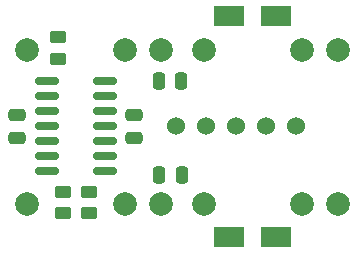
<source format=gbr>
%TF.GenerationSoftware,KiCad,Pcbnew,(6.0.2)*%
%TF.CreationDate,2022-04-19T11:47:42+01:00*%
%TF.ProjectId,1u-mult,31752d6d-756c-4742-9e6b-696361645f70,rev?*%
%TF.SameCoordinates,Original*%
%TF.FileFunction,Soldermask,Top*%
%TF.FilePolarity,Negative*%
%FSLAX46Y46*%
G04 Gerber Fmt 4.6, Leading zero omitted, Abs format (unit mm)*
G04 Created by KiCad (PCBNEW (6.0.2)) date 2022-04-19 11:47:42*
%MOMM*%
%LPD*%
G01*
G04 APERTURE LIST*
G04 Aperture macros list*
%AMRoundRect*
0 Rectangle with rounded corners*
0 $1 Rounding radius*
0 $2 $3 $4 $5 $6 $7 $8 $9 X,Y pos of 4 corners*
0 Add a 4 corners polygon primitive as box body*
4,1,4,$2,$3,$4,$5,$6,$7,$8,$9,$2,$3,0*
0 Add four circle primitives for the rounded corners*
1,1,$1+$1,$2,$3*
1,1,$1+$1,$4,$5*
1,1,$1+$1,$6,$7*
1,1,$1+$1,$8,$9*
0 Add four rect primitives between the rounded corners*
20,1,$1+$1,$2,$3,$4,$5,0*
20,1,$1+$1,$4,$5,$6,$7,0*
20,1,$1+$1,$6,$7,$8,$9,0*
20,1,$1+$1,$8,$9,$2,$3,0*%
G04 Aperture macros list end*
%ADD10R,2.500000X1.800000*%
%ADD11RoundRect,0.150000X-0.825000X-0.150000X0.825000X-0.150000X0.825000X0.150000X-0.825000X0.150000X0*%
%ADD12C,1.524000*%
%ADD13RoundRect,0.250000X0.250000X0.475000X-0.250000X0.475000X-0.250000X-0.475000X0.250000X-0.475000X0*%
%ADD14RoundRect,0.250000X-0.450000X0.262500X-0.450000X-0.262500X0.450000X-0.262500X0.450000X0.262500X0*%
%ADD15RoundRect,0.250000X0.450000X-0.262500X0.450000X0.262500X-0.450000X0.262500X-0.450000X-0.262500X0*%
%ADD16C,2.000000*%
%ADD17RoundRect,0.250000X-0.475000X0.250000X-0.475000X-0.250000X0.475000X-0.250000X0.475000X0.250000X0*%
%ADD18RoundRect,0.250000X0.475000X-0.250000X0.475000X0.250000X-0.475000X0.250000X-0.475000X-0.250000X0*%
G04 APERTURE END LIST*
D10*
%TO.C,D2*%
X19250000Y-1900000D03*
X23250000Y-1900000D03*
%TD*%
%TO.C,D1*%
X23250000Y-20600000D03*
X19250000Y-20600000D03*
%TD*%
D11*
%TO.C,IC1*%
X8750000Y-7340000D03*
X8750000Y-8610000D03*
X8750000Y-9880000D03*
X8750000Y-11150000D03*
X8750000Y-12420000D03*
X8750000Y-13690000D03*
X8750000Y-14960000D03*
X3800000Y-14960000D03*
X3800000Y-13690000D03*
X3800000Y-12420000D03*
X3800000Y-11150000D03*
X3800000Y-9880000D03*
X3800000Y-8610000D03*
X3800000Y-7340000D03*
%TD*%
D12*
%TO.C,J5*%
X24880000Y-11170000D03*
X22340000Y-11170000D03*
X19800000Y-11170000D03*
X17260000Y-11170000D03*
X14720000Y-11170000D03*
%TD*%
D13*
%TO.C,C2*%
X13350000Y-15300000D03*
X15250000Y-15300000D03*
%TD*%
%TO.C,C1*%
X13300000Y-7350000D03*
X15200000Y-7350000D03*
%TD*%
D14*
%TO.C,R3*%
X7350000Y-18562500D03*
X7350000Y-16737500D03*
%TD*%
%TO.C,R2*%
X5200000Y-18562500D03*
X5200000Y-16737500D03*
%TD*%
D15*
%TO.C,R1*%
X4800000Y-3675000D03*
X4800000Y-5500000D03*
%TD*%
D16*
%TO.C,J4*%
X2100000Y-17800000D03*
X10400000Y-17800000D03*
X13500000Y-17800000D03*
%TD*%
%TO.C,J3*%
X17100000Y-17800000D03*
X25400000Y-17800000D03*
X28500000Y-17800000D03*
%TD*%
%TO.C,J2*%
X2100000Y-4700000D03*
X10400000Y-4700000D03*
X13500000Y-4700000D03*
%TD*%
%TO.C,J1*%
X17100000Y-4700000D03*
X25400000Y-4700000D03*
X28500000Y-4700000D03*
%TD*%
D17*
%TO.C,C4*%
X11200000Y-12150000D03*
X11200000Y-10250000D03*
%TD*%
D18*
%TO.C,C3*%
X1300000Y-10250000D03*
X1300000Y-12150000D03*
%TD*%
M02*

</source>
